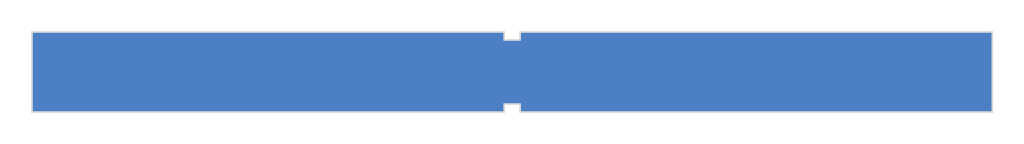
<source format=kicad_pcb>
(kicad_pcb (version 20221018) (generator pcbnew)

  (general
    (thickness 1.6)
  )

  (paper "A4")
  (layers
    (0 "F.Cu" signal)
    (31 "B.Cu" signal)
    (32 "B.Adhes" user "B.Adhesive")
    (33 "F.Adhes" user "F.Adhesive")
    (34 "B.Paste" user)
    (35 "F.Paste" user)
    (36 "B.SilkS" user "B.Silkscreen")
    (37 "F.SilkS" user "F.Silkscreen")
    (38 "B.Mask" user)
    (39 "F.Mask" user)
    (40 "Dwgs.User" user "User.Drawings")
    (41 "Cmts.User" user "User.Comments")
    (42 "Eco1.User" user "User.Eco1")
    (43 "Eco2.User" user "User.Eco2")
    (44 "Edge.Cuts" user)
    (45 "Margin" user)
    (46 "B.CrtYd" user "B.Courtyard")
    (47 "F.CrtYd" user "F.Courtyard")
    (48 "B.Fab" user)
    (49 "F.Fab" user)
    (50 "User.1" user)
    (51 "User.2" user)
    (52 "User.3" user)
    (53 "User.4" user)
    (54 "User.5" user)
    (55 "User.6" user)
    (56 "User.7" user)
    (57 "User.8" user)
    (58 "User.9" user)
  )

  (setup
    (pad_to_mask_clearance 0)
    (pcbplotparams
      (layerselection 0x00010fc_ffffffff)
      (plot_on_all_layers_selection 0x0000000_00000000)
      (disableapertmacros false)
      (usegerberextensions false)
      (usegerberattributes true)
      (usegerberadvancedattributes true)
      (creategerberjobfile true)
      (dashed_line_dash_ratio 12.000000)
      (dashed_line_gap_ratio 3.000000)
      (svgprecision 6)
      (plotframeref false)
      (viasonmask false)
      (mode 1)
      (useauxorigin false)
      (hpglpennumber 1)
      (hpglpenspeed 20)
      (hpglpendiameter 15.000000)
      (dxfpolygonmode true)
      (dxfimperialunits true)
      (dxfusepcbnewfont true)
      (psnegative false)
      (psa4output false)
      (plotreference true)
      (plotvalue true)
      (plotinvisibletext false)
      (sketchpadsonfab false)
      (subtractmaskfromsilk false)
      (outputformat 1)
      (mirror false)
      (drillshape 0)
      (scaleselection 1)
      (outputdirectory "gerber/")
    )
  )

  (net 0 "")

  (gr_line (start 149.5 101) (end 149.5 101.5)
    (stroke (width 0.1) (type default)) (layer "Edge.Cuts") (tstamp 11bc395b-12ba-41f3-a294-07f30a3dc11e))
  (gr_line (start 120 106) (end 120 101)
    (stroke (width 0.1) (type default)) (layer "Edge.Cuts") (tstamp 5de890b8-6a3b-4485-a1fd-a8d2595c46c8))
  (gr_line (start 150.5 101) (end 180 101)
    (stroke (width 0.1) (type default)) (layer "Edge.Cuts") (tstamp 65819730-1b5c-4eac-9aa7-d889cc0fe573))
  (gr_line (start 120 101) (end 149.5 101)
    (stroke (width 0.1) (type default)) (layer "Edge.Cuts") (tstamp 6c722583-7658-4172-bbbd-0696f51f5317))
  (gr_line (start 149.5 105.5) (end 150.5 105.5)
    (stroke (width 0.1) (type default)) (layer "Edge.Cuts") (tstamp 70932789-5108-4f2f-919c-f27cad247de5))
  (gr_line (start 150.5 105.5) (end 150.5 106)
    (stroke (width 0.1) (type default)) (layer "Edge.Cuts") (tstamp 7b71227b-dd14-48aa-88cd-43be581e820c))
  (gr_line (start 149.5 101.5) (end 150.5 101.5)
    (stroke (width 0.1) (type default)) (layer "Edge.Cuts") (tstamp 952ddafa-d14d-4f74-bb54-8bc409f20a7c))
  (gr_line (start 149.5 106) (end 149.5 105.5)
    (stroke (width 0.1) (type default)) (layer "Edge.Cuts") (tstamp a23c50c1-bb2b-455a-867a-3d5b4a51133a))
  (gr_line (start 149.5 106) (end 120 106)
    (stroke (width 0.1) (type default)) (layer "Edge.Cuts") (tstamp a448afca-f72f-4e9d-a33f-ec85e69c80f1))
  (gr_line (start 180 101) (end 180 106)
    (stroke (width 0.1) (type default)) (layer "Edge.Cuts") (tstamp bb5ea979-510e-493c-9284-d3f313b05c2b))
  (gr_line (start 150.5 101.5) (end 150.5 101)
    (stroke (width 0.1) (type default)) (layer "Edge.Cuts") (tstamp ccce8de4-a82c-4811-b4e5-11ffe213f3b6))
  (gr_line (start 180 106) (end 150.5 106)
    (stroke (width 0.1) (type default)) (layer "Edge.Cuts") (tstamp f6b78df0-f49f-4d44-9a0c-8b03ca101114))

  (zone (net 0) (net_name "") (layers "F&B.Cu") (tstamp d43043d7-4edb-4e85-bf44-32b6585a0e30) (hatch edge 0.5)
    (connect_pads (clearance 0.5))
    (min_thickness 0.25) (filled_areas_thickness no)
    (fill yes (thermal_gap 0.5) (thermal_bridge_width 0.5) (island_removal_mode 1) (island_area_min 10))
    (polygon
      (pts
        (xy 119 100)
        (xy 119 107)
        (xy 181 107)
        (xy 181 100)
      )
    )
    (filled_polygon
      (layer "F.Cu")
      (island)
      (pts
        (xy 149.4375 101.017113)
        (xy 149.482887 101.0625)
        (xy 149.4995 101.1245)
        (xy 149.4995 101.499901)
        (xy 149.499459 101.5)
        (xy 149.4995 101.500099)
        (xy 149.499617 101.500383)
        (xy 149.5 101.500541)
        (xy 149.500099 101.5005)
        (xy 150.499901 101.5005)
        (xy 150.5 101.500541)
        (xy 150.500383 101.500383)
        (xy 150.5005 101.500099)
        (xy 150.500541 101.5)
        (xy 150.5005 101.499901)
        (xy 150.5005 101.1245)
        (xy 150.517113 101.0625)
        (xy 150.5625 101.017113)
        (xy 150.6245 101.0005)
        (xy 179.8755 101.0005)
        (xy 179.9375 101.017113)
        (xy 179.982887 101.0625)
        (xy 179.9995 101.1245)
        (xy 179.9995 105.8755)
        (xy 179.982887 105.9375)
        (xy 179.9375 105.982887)
        (xy 179.8755 105.9995)
        (xy 150.6245 105.9995)
        (xy 150.5625 105.982887)
        (xy 150.517113 105.9375)
        (xy 150.5005 105.8755)
        (xy 150.5005 105.512025)
        (xy 150.5005 105.500099)
        (xy 150.500541 105.5)
        (xy 150.500383 105.499617)
        (xy 150.500099 105.4995)
        (xy 150.5 105.499459)
        (xy 150.499901 105.4995)
        (xy 149.500099 105.4995)
        (xy 149.5 105.499459)
        (xy 149.499901 105.4995)
        (xy 149.499617 105.499617)
        (xy 149.499459 105.5)
        (xy 149.4995 105.500099)
        (xy 149.4995 105.512025)
        (xy 149.4995 105.8755)
        (xy 149.482887 105.9375)
        (xy 149.4375 105.982887)
        (xy 149.3755 105.9995)
        (xy 120.1245 105.9995)
        (xy 120.0625 105.982887)
        (xy 120.017113 105.9375)
        (xy 120.0005 105.8755)
        (xy 120.0005 101.1245)
        (xy 120.017113 101.0625)
        (xy 120.0625 101.017113)
        (xy 120.1245 101.0005)
        (xy 149.3755 101.0005)
      )
    )
    (filled_polygon
      (layer "B.Cu")
      (island)
      (pts
        (xy 149.4375 101.017113)
        (xy 149.482887 101.0625)
        (xy 149.4995 101.1245)
        (xy 149.4995 101.499901)
        (xy 149.499459 101.5)
        (xy 149.4995 101.500099)
        (xy 149.499617 101.500383)
        (xy 149.5 101.500541)
        (xy 149.500099 101.5005)
        (xy 150.499901 101.5005)
        (xy 150.5 101.500541)
        (xy 150.500383 101.500383)
        (xy 150.5005 101.500099)
        (xy 150.500541 101.5)
        (xy 150.5005 101.499901)
        (xy 150.5005 101.1245)
        (xy 150.517113 101.0625)
        (xy 150.5625 101.017113)
        (xy 150.6245 101.0005)
        (xy 179.8755 101.0005)
        (xy 179.9375 101.017113)
        (xy 179.982887 101.0625)
        (xy 179.9995 101.1245)
        (xy 179.9995 105.8755)
        (xy 179.982887 105.9375)
        (xy 179.9375 105.982887)
        (xy 179.8755 105.9995)
        (xy 150.6245 105.9995)
        (xy 150.5625 105.982887)
        (xy 150.517113 105.9375)
        (xy 150.5005 105.8755)
        (xy 150.5005 105.512025)
        (xy 150.5005 105.500099)
        (xy 150.500541 105.5)
        (xy 150.500383 105.499617)
        (xy 150.500099 105.4995)
        (xy 150.5 105.499459)
        (xy 150.499901 105.4995)
        (xy 149.500099 105.4995)
        (xy 149.5 105.499459)
        (xy 149.499901 105.4995)
        (xy 149.499617 105.499617)
        (xy 149.499459 105.5)
        (xy 149.4995 105.500099)
        (xy 149.4995 105.512025)
        (xy 149.4995 105.8755)
        (xy 149.482887 105.9375)
        (xy 149.4375 105.982887)
        (xy 149.3755 105.9995)
        (xy 120.1245 105.9995)
        (xy 120.0625 105.982887)
        (xy 120.017113 105.9375)
        (xy 120.0005 105.8755)
        (xy 120.0005 101.1245)
        (xy 120.017113 101.0625)
        (xy 120.0625 101.017113)
        (xy 120.1245 101.0005)
        (xy 149.3755 101.0005)
      )
    )
  )
  (zone (net 0) (net_name "") (layers "*.Mask") (tstamp 53983853-6b68-4f48-a8aa-0a5463c889d7) (hatch edge 0.5)
    (connect_pads (clearance 0.5))
    (min_thickness 0.25) (filled_areas_thickness no)
    (fill yes (thermal_gap 0.5) (thermal_bridge_width 0.5))
    (polygon
      (pts
        (xy 118 99)
        (xy 118 108)
        (xy 182 108)
        (xy 182 99)
      )
    )
    (filled_polygon
      (layer "B.Mask")
      (island)
      (pts
        (xy 149.438 101.016613)
        (xy 149.483387 101.062)
        (xy 149.5 101.124)
        (xy 149.5 101.483674)
        (xy 149.50345 101.496549)
        (xy 149.516326 101.5)
        (xy 150.483674 101.5)
        (xy 150.496549 101.496549)
        (xy 150.5 101.483674)
        (xy 150.5 101.124)
        (xy 150.516613 101.062)
        (xy 150.562 101.016613)
        (xy 150.624 101)
        (xy 179.876 101)
        (xy 179.938 101.016613)
        (xy 179.983387 101.062)
        (xy 180 101.124)
        (xy 180 105.876)
        (xy 179.983387 105.938)
        (xy 179.938 105.983387)
        (xy 179.876 106)
        (xy 150.624 106)
        (xy 150.562 105.983387)
        (xy 150.516613 105.938)
        (xy 150.5 105.876)
        (xy 150.5 105.516326)
        (xy 150.496549 105.50345)
        (xy 150.483674 105.5)
        (xy 149.516326 105.5)
        (xy 149.50345 105.50345)
        (xy 149.5 105.516326)
        (xy 149.5 105.876)
        (xy 149.483387 105.938)
        (xy 149.438 105.983387)
        (xy 149.376 106)
        (xy 120.124 106)
        (xy 120.062 105.983387)
        (xy 120.016613 105.938)
        (xy 120 105.876)
        (xy 120 101.124)
        (xy 120.016613 101.062)
        (xy 120.062 101.016613)
        (xy 120.124 101)
        (xy 149.376 101)
      )
    )
    (filled_polygon
      (layer "F.Mask")
      (island)
      (pts
        (xy 149.438 101.016613)
        (xy 149.483387 101.062)
        (xy 149.5 101.124)
        (xy 149.5 101.483674)
        (xy 149.50345 101.496549)
        (xy 149.516326 101.5)
        (xy 150.483674 101.5)
        (xy 150.496549 101.496549)
        (xy 150.5 101.483674)
        (xy 150.5 101.124)
        (xy 150.516613 101.062)
        (xy 150.562 101.016613)
        (xy 150.624 101)
        (xy 179.876 101)
        (xy 179.938 101.016613)
        (xy 179.983387 101.062)
        (xy 180 101.124)
        (xy 180 105.876)
        (xy 179.983387 105.938)
        (xy 179.938 105.983387)
        (xy 179.876 106)
        (xy 150.624 106)
        (xy 150.562 105.983387)
        (xy 150.516613 105.938)
        (xy 150.5 105.876)
        (xy 150.5 105.516326)
        (xy 150.496549 105.50345)
        (xy 150.483674 105.5)
        (xy 149.516326 105.5)
        (xy 149.50345 105.50345)
        (xy 149.5 105.516326)
        (xy 149.5 105.876)
        (xy 149.483387 105.938)
        (xy 149.438 105.983387)
        (xy 149.376 106)
        (xy 120.124 106)
        (xy 120.062 105.983387)
        (xy 120.016613 105.938)
        (xy 120 105.876)
        (xy 120 101.124)
        (xy 120.016613 101.062)
        (xy 120.062 101.016613)
        (xy 120.124 101)
        (xy 149.376 101)
      )
    )
  )
)

</source>
